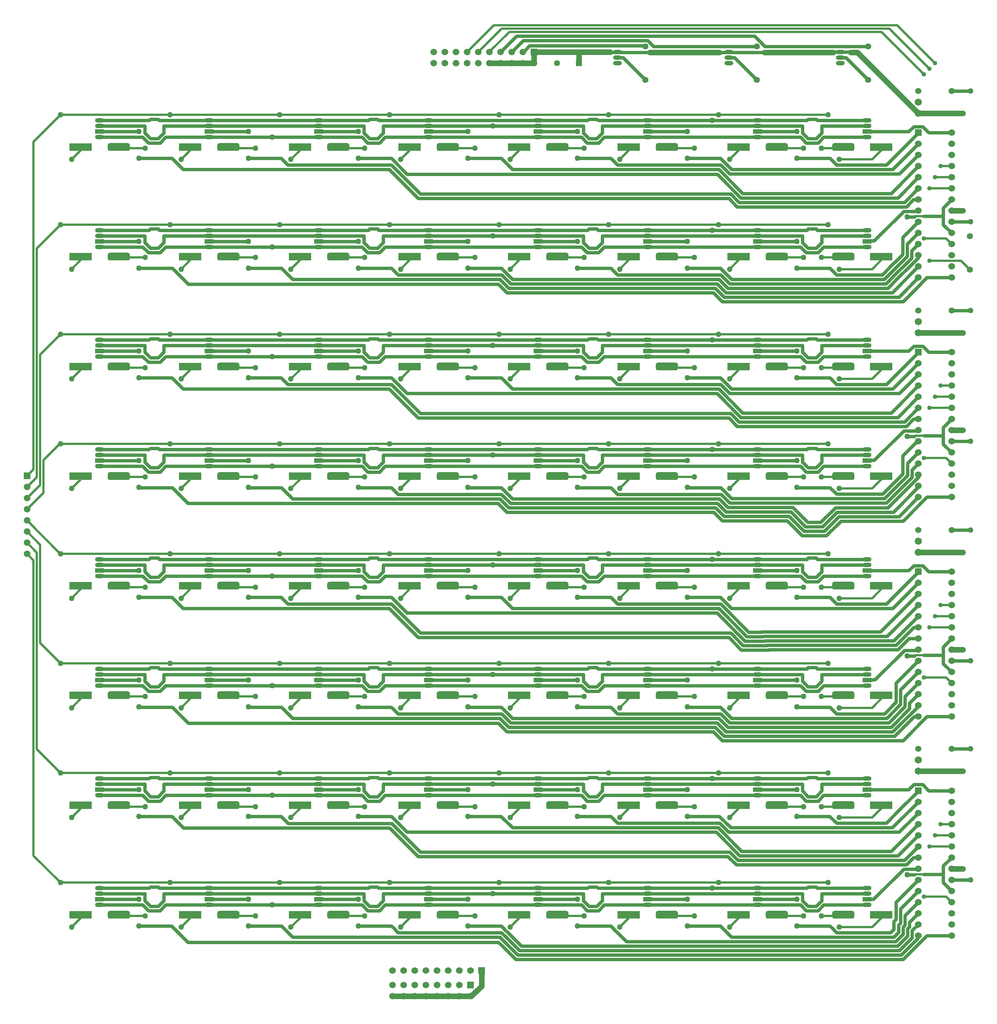
<source format=gtl>
%FSTAX23Y23*%
%MOIN*%
%SFA1B1*%

%IPPOS*%
%AMD10*
4,1,8,-0.082000,-0.035000,0.082000,-0.035000,0.100000,-0.017000,0.100000,0.017000,0.082000,0.035000,-0.082000,0.035000,-0.100000,0.017000,-0.100000,-0.017000,-0.082000,-0.035000,0.0*
1,1,0.036000,-0.082000,-0.017000*
1,1,0.036000,0.082000,-0.017000*
1,1,0.036000,0.082000,0.017000*
1,1,0.036000,-0.082000,0.017000*
%
G04~CAMADD=10~8~0.0~0.0~2000.0~700.0~180.0~0.0~15~0.0~0.0~0.0~0.0~0~0.0~0.0~0.0~0.0~0~0.0~0.0~0.0~180.0~2000.0~700.0*
%ADD10D10*%
%ADD11R,0.200000X0.070000*%
%ADD12C,0.030000*%
%ADD13C,0.050000*%
%ADD14C,0.020000*%
%ADD15C,0.059000*%
%ADD16R,0.059000X0.059000*%
%ADD17C,0.053000*%
%ADD18R,0.053000X0.053000*%
%ADD19C,0.050000*%
%ADD20O,0.080000X0.040000*%
%ADD21R,0.080000X0.040000*%
%ADD22C,0.055000*%
%ADD23O,0.079000X0.039000*%
%ADD24O,0.079000X0.039000*%
%ADD25C,0.060000*%
%ADD26R,0.060000X0.060000*%
%ADD27R,0.059000X0.059000*%
%ADD28R,0.060000X0.060000*%
%ADD29C,0.065000*%
%ADD30C,0.040000*%
%LNchronomepcbv2_2-1*%
%LPD*%
G54D10*
X09476Y03561D03*
Y10451D03*
X0888D03*
X07895D03*
X06911D03*
X05927D03*
X04943D03*
X03958D03*
X02974D03*
X09476Y09467D03*
X0888D03*
X07895D03*
X06911D03*
X05927D03*
X04943D03*
X03958D03*
X02974D03*
X09476Y08482D03*
X0888D03*
X07895D03*
X06911D03*
X05927D03*
X04943D03*
X03958D03*
X02974D03*
X09476Y07498D03*
X0888D03*
X07895D03*
X06911D03*
X05927D03*
X04943D03*
X03958D03*
X02974D03*
X09476Y06514D03*
X0888D03*
X07895D03*
X06911D03*
X05927D03*
X04943D03*
X03958D03*
X02974D03*
X09476Y0553D03*
X0888D03*
X07895D03*
X06911D03*
X05927D03*
X04943D03*
X03958D03*
X02974D03*
X09476Y04545D03*
X0888D03*
X07895D03*
X06911D03*
X05927D03*
X04943D03*
X03958D03*
X02974D03*
X0888Y03561D03*
X07895D03*
X06911D03*
X05927D03*
X04943D03*
X03958D03*
X02974D03*
G54D11*
X09819Y03561D03*
Y10451D03*
X08537D03*
X07552D03*
X06568D03*
X05584D03*
X046D03*
X03615D03*
X02631D03*
X09819Y09467D03*
X08537D03*
X07552D03*
X06568D03*
X05584D03*
X046D03*
X03615D03*
X02631D03*
X09819Y08482D03*
X08537D03*
X07552D03*
X06568D03*
X05584D03*
X046D03*
X03615D03*
X02631D03*
X09819Y07498D03*
X08537D03*
X07552D03*
X06568D03*
X05584D03*
X046D03*
X03615D03*
X02631D03*
X09819Y06514D03*
X08537D03*
X07552D03*
X06568D03*
X05584D03*
X046D03*
X03615D03*
X02631D03*
X09819Y0553D03*
X08537D03*
X07552D03*
X06568D03*
X05584D03*
X046D03*
X03615D03*
X02631D03*
X09819Y04545D03*
X08537D03*
X07552D03*
X06568D03*
X05584D03*
X046D03*
X03615D03*
X02631D03*
X08537Y03561D03*
X07552D03*
X06568D03*
X05584D03*
X046D03*
X03615D03*
X02631D03*
G54D12*
X09387Y11305D02*
X0954D01*
X09545Y113*
X095Y11255D02*
X097Y11055D01*
X0945Y11255D02*
X095D01*
X08363Y11302D02*
X08772D01*
X07388D02*
X07722D01*
X07385Y11305D02*
X07388Y11302D01*
X06695Y11305D02*
X067D01*
X05175Y03689D02*
Y0375D01*
Y03689D02*
X05225Y03639D01*
X05307Y038D02*
X05753D01*
X05296Y03811D02*
X05307Y038D01*
X05225Y03811D02*
X05296D01*
X05214Y038D02*
X05225Y03811D01*
X04769Y038D02*
X05214D01*
X05157Y0365D02*
X05208Y03599D01*
X04769Y0365D02*
X05157D01*
X10055Y03437D02*
X1007Y03452D01*
X10015Y03453D02*
X1003Y03468D01*
X09975Y0347D02*
X0999Y03485D01*
Y03615*
X1003Y03468D02*
Y03555D01*
X1007Y03452D02*
Y03495D01*
X1015Y03575*
X1003Y03555D02*
X1015Y03675D01*
X0999Y03615D02*
X1015Y03775D01*
X0995Y03675D02*
X1015Y03875D01*
X0995Y03522D02*
Y03675D01*
X0993Y03502D02*
X0995Y03522D01*
X0993Y0343D02*
Y03502D01*
X099Y034D02*
X0993Y0343D01*
X09975Y03405D02*
Y0347D01*
X10015Y03388D02*
Y03453D01*
X10055Y03372D02*
Y03437D01*
X10095Y0342D02*
X1015Y03475D01*
X10095Y03355D02*
Y0342D01*
X0993Y0336D02*
X09975Y03405D01*
X08475Y0336D02*
X0993D01*
X09947Y0332D02*
X10015Y03388D01*
X07531Y0332D02*
X09947D01*
X09963Y0328D02*
X10055Y03372D01*
X06587Y0328D02*
X09963D01*
X0998Y0324D02*
X10095Y03355D01*
X0657Y0324D02*
X0998D01*
X10149Y03353D02*
Y03356D01*
X09996Y032D02*
X10149Y03353D01*
X06554Y032D02*
X09996D01*
X06537Y0316D02*
X10013D01*
X09419Y034D02*
X099D01*
X0939Y03429D02*
X09419Y034D01*
X0939Y03429D02*
Y0343D01*
X09359Y03461D02*
X0939Y0343D01*
X0906Y03461D02*
X09359D01*
X0969Y037D02*
X09749D01*
X10021Y03971*
X10013Y0316D02*
X10228Y03375D01*
X10149Y03356D02*
X1015Y03357D01*
Y03375*
X1003Y0552D02*
X1015Y0564D01*
X1003Y0543D02*
Y0552D01*
X0999Y0558D02*
X1015Y0574D01*
X0999Y0545D02*
Y0558D01*
X09906Y05246D02*
X1007Y0541D01*
X09886Y05286D02*
X1003Y0543D01*
X09866Y05326D02*
X0999Y0545D01*
X1007Y0541D02*
Y0546D01*
X1015Y0554*
X0995Y0564D02*
X1015Y0584D01*
X0995Y0547D02*
Y0564D01*
X09846Y05366D02*
X0995Y0547D01*
X09419Y05366D02*
X09846D01*
X0906Y05426D02*
X09359D01*
X08475Y05326D02*
X09866D01*
X08458Y05286D02*
X09886D01*
X09922Y05206D02*
X1015Y05433D01*
X10113Y0534D02*
X1015D01*
X09939Y05166D02*
X10113Y0534D01*
X08442Y05246D02*
X09906D01*
X08425Y05206D02*
X09922D01*
X1015Y05433D02*
Y0544D01*
X08409Y05166D02*
X09939D01*
X09418Y07337D02*
X0983D01*
X08475Y07297D02*
X09846D01*
X08458Y07257D02*
X09863D01*
X09406Y07216D02*
X09878D01*
X09863Y07257D02*
X10095Y07489D01*
X10055Y07506D02*
Y07615D01*
X09846Y07297D02*
X10055Y07506D01*
X1001Y07517D02*
Y0768D01*
X0983Y07337D02*
X1001Y07517D01*
X09422Y07176D02*
X09926D01*
X09976Y07136D02*
X1015Y0731D01*
X09439Y07136D02*
X09976D01*
X09926Y07176D02*
X1015Y074D01*
X09878Y09186D02*
X09979Y09287D01*
X10064Y09371*
Y09372*
X1015Y09458*
Y0948*
X10024Y09388D02*
D01*
X09962Y09327D02*
X10024Y09388D01*
X09962Y09327D02*
D01*
X09984Y09405D02*
D01*
X09946Y09367D02*
X09984Y09405D01*
X09946Y09367D02*
D01*
X09944Y09421D02*
D01*
X09929Y09407D02*
X09944Y09421D01*
X09929Y09407D02*
D01*
X08442Y09186D02*
X09878D01*
X10024Y09388D02*
X1009Y09454D01*
X09861Y09226D02*
X09962Y09327D01*
X08458Y09226D02*
X09861D01*
X1005Y09471D02*
Y0958D01*
X09984Y09405D02*
X1005Y09471D01*
X09845Y09266D02*
X09946Y09367D01*
X08475Y09266D02*
X09845D01*
X1001Y09487D02*
Y0964D01*
X09944Y09421D02*
X1001Y09487D01*
X09828Y09306D02*
X09929Y09407D01*
X09419Y09306D02*
X09828D01*
X1009Y09454D02*
Y0952D01*
X09916Y09146D02*
X1014Y0937D01*
X08425Y09146D02*
X09916D01*
X1014Y0937D02*
X1016D01*
X09976Y09106D02*
X1015Y0928D01*
X08409Y09106D02*
X09976D01*
X1015Y074D02*
Y0741D01*
X1014Y0781D02*
X1015D01*
X1001Y0768D02*
X1014Y0781D01*
X09878Y07216D02*
X10155Y07493D01*
X10095Y07489D02*
Y07555D01*
X10155Y07493D02*
Y07495D01*
X10013Y07096D02*
X10228Y0731D01*
X09456Y07096D02*
X10013D01*
X10055Y07615D02*
X1015Y0771D01*
X10095Y07555D02*
X1015Y0761D01*
X1009Y0952D02*
X1015Y0958D01*
X1005D02*
X1015Y0968D01*
X1001Y0964D02*
X1015Y0978D01*
X10015Y09066D02*
X10175Y09226D01*
X08312Y09146D02*
X08392Y09066D01*
X08375Y09366D02*
X08475Y09266D01*
X08378Y09306D02*
X08458Y09226D01*
X08362Y09266D02*
X08442Y09186D01*
X08345Y09226D02*
X08425Y09146D01*
X08329Y09186D02*
X08409Y09106D01*
X08392Y09066D02*
X10015D01*
X09359Y09366D02*
X09419Y09306D01*
X10175Y09227D02*
X10228Y0928D01*
X10175Y09226D02*
Y09227D01*
X08313Y07176D02*
X08392Y07097D01*
X0833Y07216D02*
X08409Y07137D01*
X0838Y07336D02*
X08458Y07257D01*
X08376Y07396D02*
X08475Y07297D01*
X08363Y07296D02*
X08442Y07217D01*
X09023*
X08347Y07256D02*
X08425Y07177D01*
X09006*
X08409Y07137D02*
X0899D01*
X08392Y07097D02*
X08973D01*
X09106Y06964*
X0899Y07137D02*
X09123Y07004D01*
X09006Y07177D02*
X09139Y07044D01*
X09023Y07217D02*
X09156Y07084D01*
X06473Y07216D02*
X0833D01*
X0649Y07256D02*
X08347D01*
X06506Y07296D02*
X08363D01*
X07451Y07336D02*
X0838D01*
X08076Y07396D02*
X08376D01*
X06457Y07176D02*
X08313D01*
X09156Y07084D02*
X09274D01*
X09139Y07044D02*
X09291D01*
X09123Y07004D02*
X09307D01*
X09106Y06964D02*
X09324D01*
X09274Y07084D02*
X09406Y07216D01*
X09291Y07044D02*
X09422Y07176D01*
X09307Y07004D02*
X09439Y07136D01*
X09324Y06964D02*
X09456Y07096D01*
X09359Y07396D02*
X09418Y07337D01*
X0906Y07396D02*
X09359D01*
X03595Y03315D02*
X06382D01*
X03449Y03461D02*
X03595Y03315D01*
X08374Y03461D02*
X08475Y0336D01*
X07451Y034D02*
X07531Y0332D01*
X06467Y034D02*
X06587Y0328D01*
X0645Y0336D02*
X0657Y0324D01*
X06434Y0332D02*
X06554Y032D01*
X06417Y0328D02*
X06537Y0316D01*
X08076Y03461D02*
X08374D01*
X07451Y034D02*
D01*
X07421Y03429D02*
X07451Y034D01*
X07421Y03429D02*
Y0343D01*
X0739Y03461D02*
X07421Y0343D01*
X05541Y03361D02*
X06393D01*
X0554Y0336D02*
X05541Y03361D01*
X05465Y0336D02*
X0554D01*
X05465Y03361D02*
Y0336D01*
X04534Y03361D02*
X05465D01*
X05524Y03401D02*
X06409D01*
X05523Y034D02*
X05524Y03401D01*
X05482Y034D02*
X05523D01*
X05453Y03429D02*
X05482Y034D01*
X05453Y03429D02*
Y0343D01*
X05422Y03461D02*
X05453Y0343D01*
X06417Y0328D02*
D01*
X06382Y03315D02*
X06417Y0328D01*
X06433Y0332D02*
X06434D01*
X06393Y03361D02*
X06433Y0332D01*
X0645Y0336D02*
D01*
X06409Y03401D02*
X0645Y0336D01*
X06466Y034D02*
X06467D01*
X06437Y03429D02*
X06466Y034D01*
X06437Y03429D02*
Y0343D01*
X06406Y03461D02*
X06437Y0343D01*
X04434Y03461D02*
X04534Y03361D01*
X09416Y04384D02*
X09863D01*
X09355Y04445D02*
X09416Y04384D01*
X0906Y04445D02*
X09355D01*
X09979Y04304D02*
X1015Y04475D01*
X08369Y04384D02*
X08449Y04304D01*
X09919Y04344D02*
X1015Y04575D01*
X08365Y04445D02*
X08466Y04344D01*
X09863Y04384D02*
X09989Y0451D01*
X08466Y04344D02*
X09919D01*
X08449Y04304D02*
X09979D01*
X09989Y04511D02*
X1015Y04672D01*
X09989Y0451D02*
Y04511D01*
X09283Y04011D02*
X09604D01*
X09283D02*
D01*
X09112D02*
X09283D01*
X09112D02*
D01*
X08791D02*
X09112D01*
X09267Y04051D02*
X09621D01*
X09266D02*
X09267D01*
X09129D02*
X09266D01*
X09128D02*
X09129D01*
X08775D02*
X09128D01*
X0925Y04091D02*
X09637D01*
X0925D02*
D01*
X09145D02*
X0925D01*
X09145D02*
D01*
X08758D02*
X09145D01*
X09234Y04131D02*
X09654D01*
X09233D02*
X09234D01*
X09162D02*
X09233D01*
X09162D02*
D01*
X08742D02*
X09162D01*
X08791Y04011D02*
D01*
X0862D02*
X08791D01*
X0862D02*
D01*
X08524D02*
X0862D01*
X08774Y04051D02*
X08775D01*
X08637D02*
X08774D01*
X08636D02*
X08637D01*
X08758Y04091D02*
D01*
X08653D02*
X08758D01*
X08653D02*
D01*
X08549D02*
X08653D01*
X08741Y04131D02*
X08742D01*
X0867D02*
X08741D01*
X08669D02*
X0867D01*
X08565D02*
X08669D01*
X09775Y04011D02*
X10043D01*
X09775D02*
D01*
X09604D02*
X09775D01*
X09604D02*
D01*
X09759Y04051D02*
X10026D01*
X09759D02*
D01*
X09621D02*
X09759D01*
X09621D02*
D01*
X09742Y04091D02*
X09966D01*
X09742D02*
D01*
X09638D02*
X09742D01*
X09637D02*
X09638D01*
X09726Y04131D02*
X09906D01*
X09725D02*
X09726D01*
X09654D02*
X09725D01*
X09654D02*
D01*
X08516Y04011D02*
X08524D01*
X08442Y04085D02*
X08516Y04011D01*
X0566Y04085D02*
X08442D01*
X08532Y04051D02*
X08636D01*
X08459Y04125D02*
X08532Y04051D01*
X0568Y04125D02*
X08459D01*
X08353Y04344D02*
X08565Y04131D01*
X08337Y04304D02*
X08549Y04091D01*
X06506Y04344D02*
X08353D01*
X05561Y04304D02*
X08337D01*
X07451Y04384D02*
X08369D01*
X08076Y04445D02*
X08365D01*
X06405D02*
X06506Y04344D01*
X07421Y04414D02*
X07451Y04384D01*
X07421Y04414D02*
D01*
X0739Y04445D02*
X07421Y04414D01*
X06107Y04445D02*
X06405D01*
X05405Y0434D02*
X0566Y04085D01*
X03555Y0434D02*
X05405D01*
X0345Y04445D02*
X03555Y0434D01*
X04495Y0438D02*
X05425D01*
X0443Y04445D02*
X04495Y0438D01*
X05425D02*
X0568Y04125D01*
X0981Y061D02*
X1015Y0644D01*
X09654Y061D02*
X0981D01*
X07091Y07396D02*
X0739D01*
X0845Y0605D02*
X08561Y05939D01*
X08468Y0609D02*
X08579Y05979D01*
X08343Y06272D02*
X08595Y06019D01*
X0836Y06312D02*
X08612Y06059D01*
X08376Y06352D02*
X08629Y06099D01*
X08741*
X08612Y06059D02*
X08758D01*
X08595Y06019D02*
X08774D01*
X08579Y05979D02*
X08791D01*
X08561Y05939D02*
X08807D01*
X08808Y0594D02*
X09587D01*
X08807Y05939D02*
X08808Y0594D01*
X08791Y0598D02*
X09604D01*
X08791Y05979D02*
Y0598D01*
X08775Y0602D02*
X09621D01*
X08774Y06019D02*
X08775Y0602D01*
X08758Y0606D02*
X09637D01*
X08758Y06059D02*
Y0606D01*
X08742Y061D02*
X09654D01*
X08741Y06099D02*
X08742Y061D01*
X09587Y0594D02*
X09588D01*
X09604Y0598D02*
D01*
X09621Y0602D02*
D01*
X09637Y0606D02*
X09638D01*
X09654Y061D02*
D01*
X08475Y0631D02*
X0992D01*
X09419Y0635D02*
X09863D01*
X0992Y0631D02*
X1015Y0654D01*
X08375Y0641D02*
X08475Y0631D01*
X09863Y0635D02*
X1015Y06637D01*
X09359Y0641D02*
X09419Y0635D01*
X0906Y0641D02*
X09359D01*
X07686Y06272D02*
X08343D01*
X07669Y06312D02*
X0836D01*
X07652Y06352D02*
X08376D01*
X0579Y0627D02*
X067D01*
X05788Y06272D02*
X0579Y0627D01*
X05717Y06272D02*
X05788D01*
X05715Y0627D02*
X05717Y06272D01*
X0556Y0627D02*
X05715D01*
X07651Y0635D02*
X07652Y06352D01*
X0745Y0635D02*
X07651D01*
X07667Y0631D02*
X07669Y06312D01*
X06791Y0631D02*
X07667D01*
X07684Y0627D02*
X07686Y06272D01*
X06774Y0627D02*
X07684D01*
X06789Y06312D02*
X06791Y0631D01*
X06685Y06312D02*
X06789D01*
X06683Y0631D02*
X06685Y06312D01*
X06506Y0631D02*
X06683D01*
X06773Y06272D02*
X06774Y0627D01*
X06701Y06272D02*
X06773D01*
X067Y0627D02*
X06701Y06272D01*
X0739Y0641D02*
X0745Y0635D01*
X06406Y0641D02*
X06506Y0631D01*
X0542Y0641D02*
X0556Y0627D01*
X07091Y0641D02*
X0739D01*
X05422Y07396D02*
X05482Y07336D01*
X04434Y07396D02*
X04534Y07296D01*
X03484Y07365D02*
X03593Y07256D01*
X06409Y07336D02*
X0649Y07256D01*
X06393Y07296D02*
X06473Y07216D01*
X06376Y07256D02*
X06457Y07176D01*
X03593Y07256D02*
X06376D01*
X04534Y07296D02*
X06393D01*
X05482Y07336D02*
X06409D01*
X08345Y0824D02*
X08558Y08026D01*
X08378Y0832D02*
X08458Y0824D01*
X08361Y0828D02*
X08575Y08066D01*
X07686Y0824D02*
X08345D01*
X07669Y0828D02*
X08361D01*
X07652Y0832D02*
X08378D01*
X05789Y0824D02*
X06701D01*
X05788D02*
X05789D01*
X05717D02*
X05788D01*
X05717D02*
D01*
X0556D02*
X05717D01*
X07652Y0832D02*
D01*
X0745D02*
X07652D01*
X07669Y0828D02*
D01*
X06789D02*
X07669D01*
X07685Y0824D02*
X07686D01*
X06773D02*
X07685D01*
X06789Y0828D02*
D01*
X06685D02*
X06789D01*
X06685D02*
D01*
X06506D02*
X06685D01*
X06773Y0824D02*
D01*
X06701D02*
X06773D01*
X06701D02*
D01*
X0739Y0838D02*
X0745Y0832D01*
X06406Y0838D02*
X06506Y0828D01*
X0542Y0838D02*
X0556Y0824D01*
X07091Y0838D02*
X0739D01*
X08375D02*
X08475Y0828D01*
X08758D02*
X09637D01*
X08758D02*
D01*
X08653D02*
X08758D01*
X08653D02*
D01*
X08475D02*
X08653D01*
X08741Y0824D02*
X09654D01*
X08741D02*
D01*
X0867D02*
X08741D01*
X0867D02*
D01*
X08458D02*
X0867D01*
X09759Y0832D02*
X09863D01*
X09759D02*
D01*
X09621D02*
X09759D01*
X09621D02*
D01*
X09419D02*
X09621D01*
X09742Y0828D02*
X0992D01*
X09742D02*
D01*
X09638D02*
X09742D01*
X09637D02*
X09638D01*
X09726Y0824D02*
X0998D01*
X09725D02*
X09726D01*
X09654D02*
X09725D01*
X09654D02*
D01*
X09863Y0832D02*
X1015Y08607D01*
X09359Y0838D02*
X09419Y0832D01*
X0992Y0828D02*
X1015Y0851D01*
X0998Y0824D02*
X1015Y0841D01*
X0906Y0838D02*
X09359D01*
X10245Y04675D02*
X1045D01*
X1019Y0473D02*
X10245Y04675D01*
X1011Y0473D02*
X1019D01*
X10064Y04685D02*
X1011Y0473D01*
X0969Y04685D02*
X10064D01*
X07091Y04445D02*
X0739D01*
X10107Y04075D02*
X1015D01*
X05123Y04445D02*
X0542D01*
X05561Y04304*
X04139Y04445D02*
X0443D01*
X03154D02*
X0345D01*
X09906Y04131D02*
X1015Y04375D01*
X09966Y04091D02*
X1015Y04275D01*
X10026Y04051D02*
X1015Y04175D01*
X10043Y04011D02*
X10107Y04075D01*
X10021Y03971D02*
X10146D01*
X06107Y03461D02*
X06406D01*
X05123D02*
X05422D01*
X10228Y03375D02*
X1045D01*
X04139Y03461D02*
X04434D01*
X10245Y0664D02*
X1045D01*
X1019Y06695D02*
X10245Y0664D01*
X1011Y06695D02*
X1019D01*
X10064Y0665D02*
X1011Y06695D01*
X0969Y0665D02*
X10064D01*
X08076Y0641D02*
X08375D01*
X06107D02*
X06406D01*
X05123D02*
X0542D01*
X04139D02*
X0443D01*
X04539Y0635D02*
X0542D01*
X04556Y0631D02*
D01*
X0443Y0641D02*
X0449Y0635D01*
X04539*
X03154Y0641D02*
X0345D01*
X0355Y0631*
X04556*
X054D01*
X0566Y0605*
X0845*
X0542Y0635D02*
X0568Y0609D01*
X08468*
X09359Y05426D02*
X09419Y05366D01*
X08375Y05426D02*
X08475Y05326D01*
X08076Y05426D02*
X08375D01*
X08378Y05366D02*
X08458Y05286D01*
X07451Y05366D02*
X08378D01*
X0739Y05426D02*
X07451Y05366D01*
X07091Y05426D02*
X0739D01*
X08362Y05326D02*
X08442Y05246D01*
X06506Y05326D02*
X08362D01*
X06406Y05426D02*
X06506Y05326D01*
X06107Y05426D02*
X06406D01*
X08345Y05286D02*
X08425Y05206D01*
X0649Y05286D02*
X08345D01*
X05123Y05426D02*
X05422D01*
X08329Y05246D02*
X08409Y05166D01*
X06473Y05246D02*
X08329D01*
X10228Y0534D02*
X1045D01*
X10013Y05126D02*
X10228Y0534D01*
X08392Y05126D02*
X10013D01*
X08312Y05206D02*
X08392Y05126D01*
X06457Y05206D02*
X08312D01*
X03154Y05426D02*
X03454D01*
X03484Y05396*
X04139Y05426D02*
X04434D01*
X06393Y05326D02*
X06473Y05246D01*
X0641Y05366D02*
X0649Y05286D01*
X05422Y05426D02*
X05482Y05366D01*
X0641*
X04534Y05326D02*
X06393D01*
X03484Y05395D02*
X03599Y0528D01*
X06382*
X06457Y05206*
X04434Y05426D02*
X04534Y05326D01*
X10245Y0861D02*
X1045D01*
X1019Y08665D02*
X10245Y0861D01*
X1011Y08665D02*
X1019D01*
X10064Y0862D02*
X1011Y08665D01*
X0969Y0862D02*
X10064D01*
X08076Y0838D02*
X08375D01*
X06107D02*
X06406D01*
X10107Y0801D02*
X1015D01*
X05123Y0838D02*
X0542D01*
X04139D02*
X0443D01*
X04539Y0832D02*
X0542D01*
X04556Y0828D02*
D01*
X0443Y0838D02*
X0449Y0832D01*
X04539*
X03154Y0838D02*
X0345D01*
X0355Y0828*
X04556*
X09906Y08066D02*
X1015Y0831D01*
X09966Y08026D02*
X1015Y0821D01*
X10026Y07986D02*
X1015Y0811D01*
X10043Y07946D02*
X10107Y0801D01*
X08575Y08066D02*
X09906D01*
X08558Y08026D02*
X09966D01*
X08542Y07986D02*
X10026D01*
X08524Y07946D02*
X10043D01*
X04556Y0828D02*
X054D01*
X0566Y0802*
X0845*
X08524Y07946*
X0542Y0832D02*
X0568Y0806D01*
X08468*
X08542Y07986*
X10021Y07906D02*
X10146D01*
X09755Y07641D02*
X10021Y07906D01*
X09695Y07641D02*
X09755D01*
X0739Y07396D02*
X07451Y07336D01*
X06406Y07396D02*
X06506Y07296D01*
X06107Y07396D02*
X06406D01*
X05123D02*
X05422D01*
X10228Y0731D02*
X1045D01*
X03154Y07396D02*
X03454D01*
X03484Y07366*
X04139Y07396D02*
X04434D01*
Y09366D02*
X04534Y09266D01*
X06382Y0922D02*
X06457Y09146D01*
X03599Y0922D02*
X06382D01*
X03484Y09335D02*
X03599Y0922D01*
X04534Y09266D02*
X06393D01*
X05482Y09306D02*
X0641D01*
X05422Y09366D02*
X05482Y09306D01*
X0641D02*
X0649Y09226D01*
X06393Y09266D02*
X06473Y09186D01*
X04139Y09366D02*
X04434D01*
X1015Y08608D02*
Y0861D01*
X03484Y09335D02*
Y09336D01*
X03454Y09366D02*
X03484Y09336D01*
X03154Y09366D02*
X03454D01*
X06457Y09146D02*
X08312D01*
X10228Y0928D02*
X1045D01*
X06473Y09186D02*
X08329D01*
X05123Y09366D02*
X05422D01*
X0649Y09226D02*
X08345D01*
X06107Y09366D02*
X06406D01*
X06506Y09266*
X08362*
X07091Y09366D02*
X0739D01*
X07451Y09306*
X08378*
X08076Y09366D02*
X08375D01*
X0906D02*
X09359D01*
X0969Y09606D02*
X09695Y09611D01*
X09755*
X10021Y09876*
X10146*
X1015Y0988*
X08468Y1003D02*
X08542Y09956D01*
X0568Y1003D02*
X08468D01*
X0542Y1029D02*
X0568Y1003D01*
X0845Y0999D02*
X08524Y09916D01*
X0566Y0999D02*
X0845D01*
X054Y1025D02*
X0566Y0999D01*
X04556Y1025D02*
X054D01*
X08524Y09916D02*
X10043D01*
X08542Y09956D02*
X10026D01*
X08558Y09996D02*
X09966D01*
X08346Y10209D02*
X08558Y09996D01*
X08575Y10036D02*
X09906D01*
X08362Y1025D02*
X08575Y10036D01*
X10043Y09916D02*
X10107Y0998D01*
X10026Y09956D02*
X1015Y1008D01*
X09966Y09996D02*
X1015Y1018D01*
X09906Y10036D02*
X1015Y1028D01*
X0355Y1025D02*
X04556D01*
X0345Y1035D02*
X0355Y1025D01*
X03154Y1035D02*
X0345D01*
X0449Y1029D02*
X04539D01*
X0443Y1035D02*
X0449Y1029D01*
X04556Y1025D02*
D01*
X04539Y1029D02*
D01*
X0542*
X04139Y1035D02*
X0443D01*
X05561Y10209D02*
X08346D01*
X0542Y1035D02*
X05561Y10209D01*
X05123Y1035D02*
X0542D01*
X10107Y0998D02*
X1015D01*
X06406Y1035D02*
X06506Y1025D01*
X06107Y1035D02*
X06406D01*
X06506Y1025D02*
X08362D01*
X07091Y1035D02*
X0739D01*
X08458Y1021D02*
X0998D01*
X1015Y1038*
X0739Y1035D02*
X07451Y1029D01*
X08378*
X08458Y1021*
X0906Y1035D02*
X09359D01*
X09419Y1029D02*
X09863D01*
X1015Y10577*
X09359Y1035D02*
X09419Y1029D01*
X1015Y10577D02*
Y1058D01*
X08076Y1035D02*
X08375D01*
X08475Y1025*
X0992*
X1015Y1048*
X08706Y037D02*
X0906D01*
X07721D02*
X08076D01*
X06737D02*
X07091D01*
X05753D02*
X06107D01*
X04769D02*
X05123D01*
X03784D02*
X04139D01*
X028D02*
X03154D01*
X028Y04684D02*
X03154D01*
X03784D02*
X04139D01*
X04769D02*
X05123D01*
X05753D02*
X06107D01*
X06737D02*
X07091D01*
X07721D02*
X08076D01*
X08706D02*
X0906D01*
X08706Y05669D02*
X0906D01*
X07721D02*
X08076D01*
X06737D02*
X07091D01*
X05753D02*
X06107D01*
X04769D02*
X05123D01*
X03784D02*
X04139D01*
X028D02*
X03154D01*
X028Y06653D02*
X03154D01*
X03784D02*
X04139D01*
X04769D02*
X05123D01*
X05753D02*
X06107D01*
X06737D02*
X07091D01*
X07721D02*
X08076D01*
X08706D02*
X0906D01*
X08706Y07637D02*
X0906D01*
X07721D02*
X08076D01*
X06737D02*
X07091D01*
X05753D02*
X06107D01*
X04769D02*
X05123D01*
X03784D02*
X04139D01*
X028D02*
X03154D01*
X028Y08621D02*
X03154D01*
X03784D02*
X04139D01*
X04769D02*
X05123D01*
X05753D02*
X06107D01*
X06737D02*
X07091D01*
X07721D02*
X08076D01*
X08706D02*
X0906D01*
X08706Y09606D02*
X0906D01*
X07721D02*
X08076D01*
X06737D02*
X07091D01*
X05753D02*
X06107D01*
X04769D02*
X05123D01*
X03784D02*
X04139D01*
X028D02*
X03154D01*
X028Y1059D02*
X03154D01*
X03784D02*
X04139D01*
X04769D02*
X05123D01*
X05753D02*
X06107D01*
X06737D02*
X07091D01*
X07721D02*
X08076D01*
X08706Y1064D02*
X09112D01*
Y10579D02*
Y1064D01*
Y10579D02*
X09162Y10529D01*
X08706Y1069D02*
X09151D01*
X08706Y1054D02*
X09094D01*
X08706Y1059D02*
X0906D01*
X0969D02*
X10064D01*
X1011Y10635*
X1019*
X10245Y1058*
X1045*
X08706Y0365D02*
X09094D01*
X07721D02*
X08706D01*
X07332D02*
X07721D01*
X06737D02*
X07126D01*
X05364D02*
X05753D01*
X03784D02*
X04769D01*
X03395D02*
X03784D01*
X09301D02*
X0969D01*
X0925Y03599D02*
X09301Y0365D01*
X09145Y03599D02*
X0925D01*
X09094Y0365D02*
X09145Y03599D01*
X07281D02*
X07332Y0365D01*
X07177Y03599D02*
X07281D01*
X07126Y0365D02*
X07177Y03599D01*
X05313D02*
X05364Y0365D01*
X05208Y03599D02*
X05313D01*
X03344D02*
X03395Y0365D01*
X0324Y03599D02*
X03344D01*
X03189Y0365D02*
X0324Y03599D01*
X028Y0365D02*
X03189D01*
X06737Y04634D02*
X07126D01*
X05753D02*
X06737D01*
X05364D02*
X05753D01*
X04769D02*
X05157D01*
X03784D02*
X04769D01*
X03395D02*
X03784D01*
X028D02*
X03189D01*
X0324Y04583*
X03344*
X03395Y04634*
X05157D02*
X05208Y04583D01*
X05313*
X05364Y04634*
X07126D02*
X07177Y04583D01*
X07281*
X07332Y04634*
X07721*
X08706D02*
X09094D01*
X07721D02*
X08706D01*
X09094D02*
X09145Y04583D01*
X0925*
X09301Y04634*
X0969*
X08706Y05619D02*
X09094D01*
X07721D02*
X08706D01*
X07332D02*
X07721D01*
X06737D02*
X07126D01*
X05753D02*
X06737D01*
X05364D02*
X05753D01*
X04769D02*
X05157D01*
X03784D02*
X04769D01*
X03395D02*
X03784D01*
X09301D02*
X0969D01*
X0925Y05567D02*
X09301Y05619D01*
X09145Y05567D02*
X0925D01*
X09094Y05619D02*
X09145Y05567D01*
X07281D02*
X07332Y05619D01*
X05313Y05567D02*
X05364Y05619D01*
X05208Y05567D02*
X05313D01*
X05157Y05619D02*
X05208Y05567D01*
X03344D02*
X03395Y05619D01*
X0324Y05567D02*
X03344D01*
X03189Y05619D02*
X0324Y05567D01*
X028Y05619D02*
X03189D01*
X08706Y06603D02*
X09094D01*
X07721D02*
X08706D01*
X07332D02*
X07721D01*
X06737D02*
X07126D01*
X05753D02*
X06737D01*
X05364D02*
X05753D01*
X04769D02*
X05157D01*
X03784D02*
X04769D01*
X03395D02*
X03784D01*
X028D02*
X03189D01*
X0324Y06552*
X03344*
X03395Y06603*
X05157D02*
X05208Y06552D01*
X05313*
X05364Y06603*
X07126D02*
X07177Y06552D01*
X07281*
X07332Y06603*
X09094D02*
X09145Y06552D01*
X0925*
X09301Y06603*
X0969*
X08706Y07587D02*
X09094D01*
X07721D02*
X08706D01*
X07332D02*
X07721D01*
X06737D02*
X07126D01*
X05753D02*
X06737D01*
X05364D02*
X05753D01*
X04769D02*
X05157D01*
X03784D02*
X04769D01*
X03395D02*
X03784D01*
X09301D02*
X0969D01*
X0925Y07536D02*
X09301Y07587D01*
X09145Y07536D02*
X0925D01*
X09094Y07587D02*
X09145Y07536D01*
X07281D02*
X07332Y07587D01*
X05313Y07536D02*
X05364Y07587D01*
X05208Y07536D02*
X05313D01*
X05157Y07587D02*
X05208Y07536D01*
X03344D02*
X03395Y07587D01*
X0324Y07536D02*
X03344D01*
X03189Y07587D02*
X0324Y07536D01*
X028Y07587D02*
X03189D01*
X08706Y08571D02*
X09094D01*
X07721D02*
X08706D01*
X07332D02*
X07721D01*
X06737D02*
X07126D01*
X05753D02*
X06737D01*
X05364D02*
X05753D01*
X04769D02*
X05157D01*
X03784D02*
X04769D01*
X03395D02*
X03784D01*
X028D02*
X03189D01*
X0324Y0852*
X03344*
X03395Y08571*
X05157D02*
X05208Y0852D01*
X05313*
X05364Y08571*
X07126D02*
X07177Y0852D01*
X07281*
X07332Y08571*
X09094D02*
X09145Y0852D01*
X0925*
X09301Y08571*
X0969*
X08706Y09556D02*
X09094D01*
X07721D02*
X08706D01*
X07332D02*
X07721D01*
X06737D02*
X07126D01*
X05753D02*
X06737D01*
X05364D02*
X05753D01*
X04769D02*
X05157D01*
X03784D02*
X04769D01*
X03395D02*
X03784D01*
X09301D02*
X0969D01*
X0925Y09504D02*
X09301Y09556D01*
X09145Y09504D02*
X0925D01*
X09094Y09556D02*
X09145Y09504D01*
X07281D02*
X07332Y09556D01*
X05313Y09504D02*
X05364Y09556D01*
X05208Y09504D02*
X05313D01*
X05157Y09556D02*
X05208Y09504D01*
X03344D02*
X03395Y09556D01*
X0324Y09504D02*
X03344D01*
X03189Y09556D02*
X0324Y09504D01*
X028Y09556D02*
X03189D01*
X07721Y1054D02*
X08706D01*
X07332D02*
X07721D01*
X06737D02*
X07126D01*
X05753D02*
X06737D01*
X05364D02*
X05753D01*
X04769D02*
X05157D01*
X03784D02*
X04769D01*
X03395D02*
X03784D01*
X028D02*
X03189D01*
X0324Y10489*
X03344*
X03395Y1054*
X05157D02*
X05208Y10489D01*
X05313*
X05364Y1054*
X07126D02*
X07177Y10489D01*
X07281D02*
X07332Y1054D01*
X09094D02*
X09145Y10489D01*
X0925*
X09301Y1054*
X0969*
X03378Y1064D02*
X03784D01*
X03378Y10579D02*
Y1064D01*
X03328Y10529D02*
X03378Y10579D01*
X03256Y10529D02*
X03328D01*
X03206Y10579D02*
X03256Y10529D01*
X03206Y10579D02*
Y1064D01*
X028D02*
X03206D01*
X05347D02*
X05753D01*
X05347Y10579D02*
Y1064D01*
X05296Y10529D02*
X05347Y10579D01*
X05225Y10529D02*
X05296D01*
X05175Y10579D02*
X05225Y10529D01*
X05175Y10579D02*
Y1064D01*
X04769D02*
X05175D01*
X07143Y10579D02*
Y1064D01*
X06737D02*
X07143D01*
X07315D02*
X07721D01*
X07315Y10579D02*
Y1064D01*
X09162Y10529D02*
X09233D01*
X09284Y1064D02*
X0969D01*
X09284Y10579D02*
Y1064D01*
X09233Y10529D02*
X09284Y10579D01*
X07721Y1064D02*
X08706D01*
X05753D02*
X06737D01*
X03784D02*
X04769D01*
X03256Y09544D02*
X03328D01*
X03206Y09595D02*
X03256Y09544D01*
X03206Y09595D02*
Y09656D01*
X028D02*
X03206D01*
X03378D02*
X03784D01*
X03378Y09595D02*
Y09656D01*
X03328Y09544D02*
X03378Y09595D01*
X05225Y09544D02*
X05296D01*
X05175Y09595D02*
X05225Y09544D01*
X05175Y09595D02*
Y09656D01*
X04769D02*
X05175D01*
X05347D02*
X05753D01*
X05347Y09595D02*
Y09656D01*
X05296Y09544D02*
X05347Y09595D01*
X07143D02*
Y09656D01*
X06737D02*
X07143D01*
X07315D02*
X07721D01*
X07315Y09595D02*
Y09656D01*
X09162Y09544D02*
X09233D01*
X09112Y09595D02*
X09162Y09544D01*
X09112Y09595D02*
Y09656D01*
X08706D02*
X09112D01*
X09284D02*
X0969D01*
X09284Y09595D02*
Y09656D01*
X09233Y09544D02*
X09284Y09595D01*
X07721Y09656D02*
X08706D01*
X05753D02*
X06737D01*
X03784D02*
X04769D01*
X03378Y08671D02*
X03784D01*
X03378Y08611D02*
Y08671D01*
X03328Y0856D02*
X03378Y08611D01*
X03256Y0856D02*
X03328D01*
X03206Y08611D02*
X03256Y0856D01*
X03206Y08611D02*
Y08671D01*
X028D02*
X03206D01*
X05225Y0856D02*
X05296D01*
X05175Y08611D02*
X05225Y0856D01*
X05175Y08611D02*
Y08671D01*
X04769D02*
X05175D01*
X05347D02*
X05753D01*
X05347Y08611D02*
Y08671D01*
X05296Y0856D02*
X05347Y08611D01*
X07194Y0856D02*
X07265D01*
X07143Y08611D02*
X07194Y0856D01*
X07143Y08611D02*
Y08671D01*
X06737D02*
X07143D01*
X07315D02*
X07721D01*
X07315Y08611D02*
Y08671D01*
X07265Y0856D02*
X07315Y08611D01*
X09162Y0856D02*
X09233D01*
X09112Y08611D02*
X09162Y0856D01*
X09112Y08611D02*
Y08671D01*
X08706D02*
X09112D01*
X09284D02*
X0969D01*
X09284Y08611D02*
Y08671D01*
X09233Y0856D02*
X09284Y08611D01*
X07721Y08671D02*
X08706D01*
X05753D02*
X06737D01*
X03784D02*
X04769D01*
X03256Y07576D02*
X03328D01*
X03206Y07626D02*
X03256Y07576D01*
X03206Y07626D02*
Y07687D01*
X028D02*
X03206D01*
X03378Y07686D02*
X03379Y07687D01*
X03378Y07626D02*
Y07686D01*
X03328Y07576D02*
X03378Y07626D01*
X03379Y07687D02*
X03784D01*
X05225Y07576D02*
X05296D01*
X05175Y07626D02*
X05225Y07576D01*
X05175Y07626D02*
Y07687D01*
X04769D02*
X05175D01*
X05347D02*
X05753D01*
X05347Y07626D02*
Y07687D01*
X05296Y07576D02*
X05347Y07626D01*
X07143D02*
Y07687D01*
X06737D02*
X07143D01*
X07315D02*
X07721D01*
X07315Y07626D02*
Y07687D01*
X09162Y07576D02*
X09233D01*
X09112Y07626D02*
X09162Y07576D01*
X09112Y07626D02*
Y07687D01*
X08706D02*
X09112D01*
X09284D02*
X0969D01*
X09284Y07626D02*
Y07687D01*
X09233Y07576D02*
X09284Y07626D01*
X07721Y07687D02*
X08706D01*
X05753D02*
X06737D01*
X03784D02*
X04769D01*
X03378Y06703D02*
X03784D01*
X03378Y06642D02*
Y06703D01*
X03328Y06592D02*
X03378Y06642D01*
X03256Y06592D02*
X03328D01*
X03206Y06642D02*
X03256Y06592D01*
X03206Y06642D02*
Y06703D01*
X028D02*
X03206D01*
X05225Y06592D02*
X05296D01*
X05175Y06642D02*
X05225Y06592D01*
X05175Y06642D02*
Y06703D01*
X04769D02*
X05175D01*
X05347D02*
X05753D01*
X05347Y06642D02*
Y06703D01*
X05296Y06592D02*
X05347Y06642D01*
X07194Y06592D02*
X07265D01*
X07143Y06642D02*
X07194Y06592D01*
X07143Y06642D02*
Y06703D01*
X06737D02*
X07143D01*
X07315D02*
X07721D01*
X07315Y06642D02*
Y06703D01*
X07265Y06592D02*
X07315Y06642D01*
X09162Y06592D02*
X09233D01*
X09112Y06642D02*
X09162Y06592D01*
X09112Y06642D02*
Y06703D01*
X08706D02*
X09112D01*
X09284D02*
X0969D01*
X09284Y06642D02*
Y06703D01*
X09233Y06592D02*
X09284Y06642D01*
X07721Y06703D02*
X08706D01*
X05753D02*
X06737D01*
X03784D02*
X04769D01*
X03256Y05607D02*
X03328D01*
X03206Y05658D02*
X03256Y05607D01*
X03206Y05658D02*
Y05719D01*
X028D02*
X03206D01*
X03378D02*
X03784D01*
X03378Y05658D02*
Y05719D01*
X03328Y05607D02*
X03378Y05658D01*
X05225Y05607D02*
X05296D01*
X05175Y05658D02*
X05225Y05607D01*
X05175Y05658D02*
Y05719D01*
X04769D02*
X05175D01*
X05347D02*
X05753D01*
X05347Y05658D02*
Y05719D01*
X05296Y05607D02*
X05347Y05658D01*
X07143D02*
Y05719D01*
X06737D02*
X07143D01*
X07315D02*
X07721D01*
X07315Y05658D02*
Y05719D01*
X09162Y05607D02*
X09233D01*
X09112Y05658D02*
X09162Y05607D01*
X09112Y05658D02*
Y05719D01*
X08706D02*
X09112D01*
X09284D02*
X0969D01*
X09284Y05658D02*
Y05719D01*
X09233Y05607D02*
X09284Y05658D01*
X07721Y05719D02*
X08706D01*
X05753D02*
X06737D01*
X03784D02*
X04769D01*
X03256Y04623D02*
X03328D01*
X03206Y04674D02*
X03256Y04623D01*
X03206Y04674D02*
Y04734D01*
X028D02*
X03206D01*
X03378D02*
X03784D01*
X03378Y04674D02*
Y04734D01*
X03328Y04623D02*
X03378Y04674D01*
X05225Y04623D02*
X05296D01*
X05175Y04674D02*
X05225Y04623D01*
X05175Y04674D02*
Y04734D01*
X04769D02*
X05175D01*
X05347D02*
X05753D01*
X05347Y04674D02*
Y04734D01*
X05296Y04623D02*
X05347Y04674D01*
X07143D02*
Y04734D01*
X06737D02*
X07143D01*
X07194Y04623D02*
X07265D01*
X07143Y04674D02*
X07194Y04623D01*
X07315Y04734D02*
X07721D01*
X07315Y04674D02*
Y04734D01*
X07265Y04623D02*
X07315Y04674D01*
X09162Y04623D02*
X09233D01*
X09112Y04674D02*
X09162Y04623D01*
X09112Y04674D02*
Y04734D01*
X08706D02*
X09112D01*
X09284D02*
X0969D01*
X09284Y04674D02*
Y04734D01*
X09233Y04623D02*
X09284Y04674D01*
X07721Y04734D02*
X08706D01*
X05753D02*
X06737D01*
X03784D02*
X04769D01*
X05347Y0375D02*
X05753D01*
X05347Y03689D02*
Y0375D01*
X05296Y03639D02*
X05347Y03689D01*
X05225Y03639D02*
X05296D01*
X04769Y0375D02*
X05175D01*
X03378D02*
X03784D01*
X03378Y03689D02*
Y0375D01*
X03328Y03639D02*
X03378Y03689D01*
X03256Y03639D02*
X03328D01*
X03206Y03689D02*
X03256Y03639D01*
X03206Y03689D02*
Y0375D01*
X028D02*
X03206D01*
X05753D02*
X06737D01*
X03784D02*
X04769D01*
X07194Y03639D02*
X07265D01*
X07143Y03689D02*
X07194Y03639D01*
X07143Y03689D02*
Y0375D01*
X06737D02*
X07143D01*
X07315D02*
X07721D01*
X07315Y03689D02*
Y0375D01*
X07265Y03639D02*
X07315Y03689D01*
X07721Y0375D02*
X08706D01*
X09162Y03639D02*
X09233D01*
X09112Y03689D02*
X09162Y03639D01*
X09112Y03689D02*
Y0375D01*
X08706D02*
X09112D01*
X09284D02*
X0969D01*
X09284Y03689D02*
Y0375D01*
X09233Y03639D02*
X09284Y03689D01*
X08706Y038D02*
X09151D01*
X07721D02*
X08706D01*
X07276D02*
X07721D01*
X06737D02*
X07182D01*
X05753D02*
X06737D01*
X03784D02*
X04769D01*
X03339D02*
X03784D01*
X09244D02*
X0969D01*
X09233Y03811D02*
X09244Y038D01*
X09162Y03811D02*
X09233D01*
X09151Y038D02*
X09162Y03811D01*
X07265D02*
X07276Y038D01*
X07194Y03811D02*
X07265D01*
X07182Y038D02*
X07194Y03811D01*
X03328D02*
X03339Y038D01*
X03256Y03811D02*
X03328D01*
X03245Y038D02*
X03256Y03811D01*
X028Y038D02*
X03245D01*
X08706Y04784D02*
X09151D01*
X07721D02*
X08706D01*
X07276D02*
X07721D01*
X06737D02*
X07182D01*
X05753D02*
X06737D01*
X05307D02*
X05753D01*
X04769D02*
X05214D01*
X03784D02*
X04769D01*
X03339D02*
X03784D01*
X028D02*
X03245D01*
X03256Y04795*
X03328*
X03339Y04784*
X05214D02*
X05225Y04795D01*
X05296*
X05307Y04784*
X07182D02*
X07194Y04795D01*
X07265*
X07276Y04784*
X09151D02*
X09162Y04795D01*
X09233*
X09244Y04784*
X0969*
X08706Y05769D02*
X09151D01*
X07721D02*
X08706D01*
X05753D02*
X06737D01*
X05307D02*
X05753D01*
X04769D02*
X05214D01*
X03784D02*
X04769D01*
X03339D02*
X03784D01*
X09244D02*
X0969D01*
X09233Y0578D02*
X09244Y05769D01*
X09162Y0578D02*
X09233D01*
X09151Y05769D02*
X09162Y0578D01*
X05296D02*
X05307Y05769D01*
X05225Y0578D02*
X05296D01*
X05214Y05769D02*
X05225Y0578D01*
X03328D02*
X03339Y05769D01*
X03256Y0578D02*
X03328D01*
X03245Y05769D02*
X03256Y0578D01*
X028Y05769D02*
X03245D01*
X08706Y06753D02*
X09151D01*
X07721D02*
X08706D01*
X07276D02*
X07721D01*
X06737D02*
X07182D01*
X05753D02*
X06737D01*
X05307D02*
X05753D01*
X04769D02*
X05214D01*
X03784D02*
X04769D01*
X03339D02*
X03784D01*
X028D02*
X03245D01*
X03256Y06764*
X03328*
X03339Y06753*
X05214D02*
X05225Y06764D01*
X05296*
X05307Y06753*
X07182D02*
X07194Y06764D01*
X07265*
X07276Y06753*
X09151D02*
X09162Y06764D01*
X09233*
X09244Y06753*
X0969*
X08706Y07737D02*
X09151D01*
X07721D02*
X08706D01*
X05753D02*
X06737D01*
X05307D02*
X05753D01*
X04769D02*
X05214D01*
X03784D02*
X04769D01*
X03339D02*
X03784D01*
X09244D02*
X0969D01*
X09233Y07748D02*
X09244Y07737D01*
X09162Y07748D02*
X09233D01*
X09151Y07737D02*
X09162Y07748D01*
X05296D02*
X05307Y07737D01*
X05225Y07748D02*
X05296D01*
X05214Y07737D02*
X05225Y07748D01*
X03328D02*
X03339Y07737D01*
X03256Y07748D02*
X03328D01*
X03245Y07737D02*
X03256Y07748D01*
X028Y07737D02*
X03245D01*
X08706Y08721D02*
X09151D01*
X07721D02*
X08706D01*
X07276D02*
X07721D01*
X06737D02*
X07182D01*
X05753D02*
X06737D01*
X05307D02*
X05753D01*
X04769D02*
X05214D01*
X03784D02*
X04769D01*
X03339D02*
X03784D01*
X028D02*
X03245D01*
X03256Y08732*
X03328*
X03339Y08721*
X05214D02*
X05225Y08732D01*
X05296*
X05307Y08721*
X07182D02*
X07194Y08732D01*
X07265*
X07276Y08721*
X09151D02*
X09162Y08732D01*
X09233*
X09244Y08721*
X0969*
X08706Y09706D02*
X09151D01*
X07721D02*
X08706D01*
X05753D02*
X06737D01*
X05307D02*
X05753D01*
X04769D02*
X05214D01*
X03784D02*
X04769D01*
X03339D02*
X03784D01*
X09244D02*
X0969D01*
X09233Y09717D02*
X09244Y09706D01*
X09162Y09717D02*
X09233D01*
X09151Y09706D02*
X09162Y09717D01*
X05296D02*
X05307Y09706D01*
X05225Y09717D02*
X05296D01*
X05214Y09706D02*
X05225Y09717D01*
X03328D02*
X03339Y09706D01*
X03256Y09717D02*
X03328D01*
X03245Y09706D02*
X03256Y09717D01*
X028Y09706D02*
X03245D01*
X07721Y1069D02*
X08706D01*
X05753D02*
X06737D01*
X05307D02*
X05753D01*
X04769D02*
X05214D01*
X03784D02*
X04769D01*
X03339D02*
X03784D01*
X028D02*
X03245D01*
X03256Y10701*
X03328*
X03339Y1069*
X05214D02*
X05225Y10701D01*
X05296*
X05307Y1069*
X09151D02*
X09162Y10701D01*
X09233*
X09244Y1069*
X0969*
X03154Y03461D02*
X0321D01*
X03449*
X07265Y09544D02*
X07315Y09595D01*
X07265Y05607D02*
X07315Y05658D01*
X07265Y10529D02*
X07315Y10579D01*
X07265Y07576D02*
X07315Y07626D01*
X07091Y03461D02*
X0739D01*
X07276Y07737D02*
X07721D01*
X07265Y07748D02*
X07276Y07737D01*
X07194Y07748D02*
X07265D01*
X07182Y07737D02*
X07194Y07748D01*
X06737Y07737D02*
X07182D01*
X07194Y07576D02*
X07265D01*
X07143Y07626D02*
X07194Y07576D01*
X07177Y07536D02*
X07281D01*
X07126Y07587D02*
X07177Y07536D01*
X07276Y1069D02*
X07721D01*
X07265Y10701D02*
X07276Y1069D01*
X07194Y10701D02*
X07265D01*
X07182Y1069D02*
X07194Y10701D01*
X06737Y1069D02*
X07182D01*
X07194Y10529D02*
X07265D01*
X07143Y10579D02*
X07194Y10529D01*
X07177Y10489D02*
X07281D01*
X07276Y05769D02*
X07721D01*
X07265Y0578D02*
X07276Y05769D01*
X07194Y0578D02*
X07265D01*
X07182Y05769D02*
X07194Y0578D01*
X06737Y05769D02*
X07182D01*
X07194Y05607D02*
X07265D01*
X07143Y05658D02*
X07194Y05607D01*
X07177Y05567D02*
X07281D01*
X07126Y05619D02*
X07177Y05567D01*
X07276Y09706D02*
X07721D01*
X07265Y09717D02*
X07276Y09706D01*
X07194Y09717D02*
X07265D01*
X07182Y09706D02*
X07194Y09717D01*
X06737Y09706D02*
X07182D01*
X07194Y09544D02*
X07265D01*
X07143Y09595D02*
X07194Y09544D01*
X07177Y09504D02*
X07281D01*
X07126Y09556D02*
X07177Y09504D01*
X0745Y11255D02*
X075D01*
X077Y11055*
X0845Y11255D02*
X085D01*
X087Y11055*
X066Y11305D02*
X06606D01*
X07774Y11355D02*
X087D01*
X08774D02*
X097D01*
X1045Y10955D02*
X1062D01*
X1045Y0978D02*
X1062D01*
X1045Y0781D02*
X1062D01*
X1045Y08985D02*
X1062D01*
X1045Y0584D02*
X1062D01*
X1045Y07015D02*
X1062D01*
X1045Y03875D02*
X1062D01*
X1045Y0505D02*
X1062D01*
X1005Y09825D02*
X10117D01*
X10375Y09905D02*
X1045Y0998D01*
X10375Y09755D02*
X1045Y0968D01*
X102Y0983D02*
X10375D01*
Y09905*
Y09755D02*
Y0983D01*
Y07785D02*
Y0786D01*
Y07935*
X102Y0786D02*
X10375D01*
Y07785D02*
X1045Y0771D01*
X10375Y07935D02*
X1045Y0801D01*
X1005Y07855D02*
X10117D01*
X10375Y05815D02*
Y0589D01*
Y05965*
X102Y0589D02*
X10375D01*
Y05815D02*
X1045Y0574D01*
X10375Y05965D02*
X1045Y0604D01*
X10375Y0385D02*
Y03925D01*
Y04*
X102Y03925D02*
X10375D01*
Y0385D02*
X1045Y03775D01*
X10375Y04D02*
X1045Y04075D01*
X1005Y0392D02*
X10117D01*
X1005Y05885D02*
X10117D01*
X09638Y0606D02*
X0987D01*
X1015Y0634*
X09604Y0598D02*
X09951D01*
X09588Y0594D02*
X09968D01*
X09695Y05671D02*
X09761D01*
X10026Y05936*
X10146*
X09621Y0602D02*
X0993D01*
X1015Y0624*
X09968Y0594D02*
X10068Y0604D01*
X1015*
X09951Y0598D02*
X10112Y0614D01*
X1015*
X06606Y11305D02*
X0666Y1136D01*
X07695*
X077Y11355*
X07722Y11408D02*
X07774Y11355D01*
X06603Y11408D02*
X07722D01*
X065Y11305D02*
X06603Y11408D01*
X08682Y11448D02*
X08774Y11355D01*
X06543Y11448D02*
X08682D01*
X064Y11305D02*
X06543Y11448D01*
X05753Y0365D02*
X06737D01*
G54D13*
X09545Y113D02*
X09605D01*
X1015Y10755*
X08772Y11302D02*
X09387D01*
X067Y11305D02*
X07385D01*
X07103Y11205D02*
Y11303D01*
X067Y11205D02*
Y11305D01*
X066Y11205D02*
X067D01*
X065D02*
X066D01*
X064D02*
X065D01*
X063D02*
X064D01*
X0613Y0283D02*
X06139D01*
X0603D02*
X0613D01*
X0593D02*
X0603D01*
X0583D02*
X0593D01*
X0573D02*
X0583D01*
X0563D02*
X0573D01*
X0553D02*
X0563D01*
X0543D02*
X0553D01*
X06139D02*
X0623Y02921D01*
Y0306*
X1045Y0594D02*
X1055D01*
X1015Y10755D02*
X1055D01*
X1015Y0485D02*
X1055D01*
X1045Y0988D02*
X1055D01*
X1015Y08785D02*
X1055D01*
X1045Y0791D02*
X1055D01*
X1045Y03975D02*
X1055D01*
X1015Y06814D02*
X1055D01*
X07741Y11302D02*
X08363D01*
G54D14*
X09285Y0946D02*
X0952D01*
X09285Y0847D02*
X0952D01*
X09285Y1044D02*
X0952D01*
X09285Y0749D02*
X0952D01*
X09285Y065D02*
X0952D01*
X09285Y0552D02*
X0952D01*
X09285Y0453D02*
X0952D01*
X09285Y0355D02*
X0952D01*
X0691Y1044D02*
X07145D01*
X0691Y0946D02*
X07145D01*
X0691Y0749D02*
X07145D01*
X0691Y0847D02*
X07145D01*
X0691Y065D02*
X07145D01*
X0691Y0552D02*
X07145D01*
X0691Y0453D02*
X07145D01*
X04943Y1044D02*
X05175D01*
X04943Y0946D02*
X05175D01*
X04943Y0847D02*
X05175D01*
X04943Y0749D02*
X05175D01*
X04943Y065D02*
X05175D01*
X0494Y0552D02*
X0518D01*
X04944Y03551D02*
X0518D01*
X0494Y0453D02*
X05175D01*
X02974Y1044D02*
X03205D01*
X02974Y0847D02*
X03205D01*
X02974Y0946D02*
X03205D01*
X02974Y0749D02*
X03205D01*
X02974Y065D02*
X03205D01*
X02974Y0453D02*
X03205D01*
X02974Y03551D02*
X03209D01*
X02974Y0552D02*
X03205D01*
X04419Y0385D02*
X05403D01*
X0944Y0345D02*
X09738D01*
X09849Y03561*
X09738Y04434D02*
X09849Y04545D01*
X0944Y04434D02*
X09738D01*
X0944Y05419D02*
X09738D01*
X09849Y0553*
X09738Y06403D02*
X09849Y06514D01*
X0944Y06403D02*
X09738D01*
Y1034D02*
X09849Y10451D01*
X0944Y1034D02*
X09738D01*
X0944Y07387D02*
X09738D01*
X09849Y07498*
X09738Y08371D02*
X09849Y08482D01*
X0944Y08371D02*
X09738D01*
X0944Y09356D02*
X09738D01*
X09849Y09467*
X0255Y0345D02*
X02631Y03531D01*
Y03561*
X03534Y0345D02*
X03615Y03531D01*
Y03561*
X04519Y0345D02*
X046Y03531D01*
Y03561*
X05503Y0345D02*
X05584Y03531D01*
Y03561*
X06487Y0345D02*
X06568Y03531D01*
Y03561*
X07471Y0345D02*
X07552Y03531D01*
Y03561*
X08456Y0345D02*
X08537Y03531D01*
Y03561*
X08456Y04434D02*
X08537Y04515D01*
Y04545*
X07471Y04434D02*
X07552Y04515D01*
Y04545*
X06487Y04434D02*
X06568Y04515D01*
Y04545*
X05503Y04434D02*
X05584Y04515D01*
Y04545*
X04519Y04434D02*
X046Y04515D01*
Y04545*
X03534Y04434D02*
X03615Y04515D01*
Y04545*
X0255Y04434D02*
X02631Y04515D01*
Y04545*
X0255Y05419D02*
X02631Y055D01*
Y0553*
X03534Y05419D02*
X03615Y055D01*
Y0553*
X04519Y05419D02*
X046Y055D01*
Y0553*
X05503Y05419D02*
X05584Y055D01*
Y0553*
X06487Y05419D02*
X06568Y055D01*
Y0553*
X07471Y05419D02*
X07552Y055D01*
Y0553*
X08456Y05419D02*
X08537Y055D01*
Y0553*
X08456Y06403D02*
X08537Y06484D01*
Y06514*
X07471Y06403D02*
X07552Y06484D01*
Y06514*
X06487Y06403D02*
X06568Y06484D01*
Y06514*
X05503Y06403D02*
X05584Y06484D01*
Y06514*
X04519Y06403D02*
X046Y06484D01*
Y06514*
X03534Y06403D02*
X03615Y06484D01*
Y06514*
X0255Y06403D02*
X02631Y06484D01*
Y06514*
X0255Y07387D02*
X02631Y07468D01*
Y07498*
X03534Y07387D02*
X03615Y07468D01*
Y07498*
X04519Y07387D02*
X046Y07468D01*
Y07498*
X05503Y07387D02*
X05584Y07468D01*
Y07498*
X06487Y07387D02*
X06568Y07468D01*
Y07498*
X07471Y07387D02*
X07552Y07468D01*
Y07498*
X08456Y07387D02*
X08537Y07468D01*
Y07498*
X08456Y08371D02*
X08537Y08452D01*
Y08482*
X07471Y08371D02*
X07552Y08452D01*
Y08482*
X06487Y08371D02*
X06568Y08452D01*
Y08482*
X05503Y08371D02*
X05584Y08452D01*
Y08482*
X04519Y08371D02*
X046Y08452D01*
Y08482*
X03534Y08371D02*
X03615Y08452D01*
Y08482*
X0255Y08371D02*
X02631Y08452D01*
Y08482*
X0255Y09356D02*
X02631Y09437D01*
Y09467*
X03534Y09356D02*
X03615Y09437D01*
Y09467*
X04519Y09356D02*
X046Y09437D01*
Y09467*
X05503Y09356D02*
X05584Y09437D01*
Y09467*
X06487Y09356D02*
X06568Y09437D01*
Y09467*
X07471Y09356D02*
X07552Y09437D01*
Y09467*
X08456Y09356D02*
X08537Y09437D01*
Y09467*
X08456Y1034D02*
X08537Y10421D01*
Y10451*
X07471Y1034D02*
X07552Y10421D01*
Y10451*
X06487Y1034D02*
X06568Y10421D01*
Y10451*
X05503Y1034D02*
X05584Y10421D01*
Y10451*
X04519Y1034D02*
X046Y10421D01*
Y10451*
X03534Y1034D02*
X03615Y10421D01*
Y10451*
X02631Y10421D02*
Y10451D01*
X0255Y1034D02*
X02631Y10421D01*
X0215Y071D02*
X02447Y06803D01*
X03434*
X02237Y05047D02*
X0245Y04834D01*
X02237Y05047D02*
Y06813D01*
X0215Y069D02*
X02237Y06813D01*
X0215Y07D02*
X02267Y06883D01*
Y06002D02*
Y06883D01*
Y06002D02*
X0245Y05819D01*
X0215Y068D02*
X02207Y06743D01*
Y04093D02*
Y06743D01*
Y04093D02*
X0245Y0385D01*
X02207Y10497D02*
X0245Y1074D01*
X02207Y07557D02*
Y10497D01*
X02237Y09543D02*
X0245Y09756D01*
X02237Y07487D02*
Y09543D01*
X02267Y08588D02*
X0245Y08771D01*
X02267Y07417D02*
Y08588D01*
X02297Y07347D02*
Y0764D01*
X02444Y07787*
X03434*
X0215Y075D02*
X02207Y07557D01*
X0215Y074D02*
X02237Y07487D01*
X0215Y073D02*
X02267Y07417D01*
X0215Y072D02*
X02297Y07347D01*
X08356Y0385D02*
X0934D01*
X07371D02*
X08356D01*
X06387D02*
X07371D01*
X05403D02*
X06387D01*
X03434D02*
X04419D01*
X0245D02*
X03434D01*
X08356Y04834D02*
X0934D01*
X07371D02*
X08356D01*
X06387D02*
X07371D01*
X05403D02*
X06387D01*
X04419D02*
X05403D01*
X03434D02*
X04419D01*
X0245D02*
X03434D01*
X08356Y05819D02*
X0934D01*
X07371D02*
X08356D01*
X05403D02*
X06387D01*
X04419D02*
X05403D01*
X03434D02*
X04419D01*
X0245D02*
X03434D01*
X08356Y06803D02*
X0934D01*
X07371D02*
X08356D01*
X06387D02*
X07371D01*
X05403D02*
X06387D01*
X04419D02*
X05403D01*
X03434D02*
X04419D01*
X08356Y07787D02*
X0934D01*
X07371D02*
X08356D01*
X05403D02*
X06387D01*
X04419D02*
X05403D01*
X03434D02*
X04419D01*
X08356Y08771D02*
X0934D01*
X07371D02*
X08356D01*
X06387D02*
X07371D01*
X05403D02*
X06387D01*
X04419D02*
X05403D01*
X03434D02*
X04419D01*
X0245D02*
X03434D01*
X08356Y09756D02*
X0934D01*
X07371D02*
X08356D01*
X05403D02*
X06387D01*
X04419D02*
X05403D01*
X03434D02*
X04419D01*
X0245D02*
X03434D01*
X08356Y1074D02*
X0934D01*
X07371D02*
X08356D01*
X05403D02*
X06387D01*
X04419D02*
X05403D01*
X03434D02*
X04419D01*
X0245D02*
X03434D01*
X0396Y0946D02*
X04195D01*
X0396Y0749D02*
X04195D01*
X0396Y0847D02*
X04195D01*
X0396Y1044D02*
X04195D01*
X0396Y065D02*
X04195D01*
X03964Y03551D02*
X04199D01*
X0396Y0552D02*
X04195D01*
X0396Y0453D02*
X04195D01*
X0593Y0946D02*
X06165D01*
X0593Y0749D02*
X06165D01*
X0593Y0847D02*
X06165D01*
X0593Y1044D02*
X06165D01*
X0593Y065D02*
X06165D01*
X05934Y03551D02*
X06169D01*
X0593Y0552D02*
X06165D01*
X0593Y0453D02*
X06165D01*
X06914Y03551D02*
X07149D01*
X079Y0946D02*
X08135D01*
X079Y0749D02*
X08135D01*
X079Y0847D02*
X08135D01*
X079Y1044D02*
X08135D01*
X079Y065D02*
X08135D01*
X07904Y03551D02*
X08139D01*
X079Y0552D02*
X08135D01*
X079Y0453D02*
X08135D01*
X0888Y0946D02*
X09115D01*
X0888Y0749D02*
X09115D01*
X0888Y0847D02*
X09115D01*
X0888Y1044D02*
X09115D01*
X0888Y065D02*
X09115D01*
X08884Y03551D02*
X09119D01*
X0888Y0552D02*
X09115D01*
X0888Y0453D02*
X09115D01*
X06387Y07787D02*
X07371D01*
X06387Y1074D02*
X07371D01*
X06387Y05819D02*
X07371D01*
X06387Y09756D02*
X07371D01*
X10117Y09825D02*
X10122Y0983D01*
X102*
X10122Y0786D02*
X102D01*
X10122Y0589D02*
X102D01*
X10122Y03925D02*
X102D01*
X06295Y1131D02*
X06305D01*
X0982Y11485D02*
X102Y11105D01*
X0648Y11485D02*
X0982D01*
X06305Y1131D02*
X0648Y11485D01*
X0989Y11515D02*
X1025Y11155D01*
X0641Y11515D02*
X0989D01*
X062Y11305D02*
X0641Y11515D01*
X0996Y11545D02*
X103Y11205D01*
X0634Y11545D02*
X0996D01*
X061Y11305D02*
X0634Y11545D01*
X10202Y0963D02*
X104D01*
X1045Y0958*
X1025Y1008D02*
X1045D01*
X103Y1018D02*
X1045D01*
X1035Y1028D02*
X1045D01*
X10202Y0766D02*
X104D01*
X1045Y0761*
X1025Y0811D02*
X1045D01*
X103Y0821D02*
X1045D01*
X1035Y0831D02*
X1045D01*
X10202Y0569D02*
X104D01*
X1045Y0564*
X1025Y0614D02*
X1045D01*
X103Y0624D02*
X1045D01*
X1035Y0634D02*
X1045D01*
X10202Y03725D02*
X104D01*
X1045Y03675*
X1025Y04175D02*
X1045D01*
X103Y04275D02*
X1045D01*
X1035Y04375D02*
X1045D01*
X1025Y0943D02*
X10535D01*
X10605Y0936*
Y0935D02*
Y0936D01*
G54D15*
X0543Y0283D03*
X0553D03*
X0563D03*
X0573D03*
X0583D03*
X0593D03*
X0603D03*
X0613D03*
X0543Y0293D03*
X0553D03*
X0563D03*
X0573D03*
X0583D03*
X0593D03*
X0603D03*
X058Y11205D03*
X059D03*
X06D03*
X061D03*
X062D03*
X063D03*
X064D03*
X065D03*
X066D03*
X067D03*
X058Y11305D03*
X059D03*
X06D03*
X061D03*
X062D03*
X063D03*
X064D03*
X065D03*
X066D03*
X0215Y074D03*
Y073D03*
Y072D03*
Y071D03*
Y07D03*
Y069D03*
Y068D03*
G54D16*
X0613Y0293D03*
X067Y11305D03*
G54D17*
X06907Y11205D03*
G54D18*
X07103Y11205D03*
G54D19*
X0944Y1034D03*
X08456D03*
X07471D03*
X06487D03*
X05503D03*
X04519D03*
X03534D03*
X0255D03*
X0944Y09356D03*
X08456D03*
X07471D03*
X06487D03*
X05503D03*
X04519D03*
X03534D03*
X0255D03*
X0944Y08371D03*
X08456D03*
X07471D03*
X06487D03*
X05503D03*
X04519D03*
X03534D03*
X0255D03*
X0944Y07387D03*
X08456D03*
X07471D03*
X06487D03*
X05503D03*
X04519D03*
X03534D03*
X0255D03*
X0944Y06403D03*
X08456D03*
X07471D03*
X06487D03*
X05503D03*
X04519D03*
X03534D03*
X0255D03*
X0944Y05419D03*
X08456D03*
X07471D03*
X06487D03*
X05503D03*
X04519D03*
X03534D03*
X0255D03*
X0944Y04434D03*
X08456D03*
X07471D03*
X06487D03*
X05503D03*
X04519D03*
X03534D03*
X0255D03*
X0944Y0345D03*
X08456D03*
X07471D03*
X06487D03*
X05503D03*
X04519D03*
X03534D03*
X0255D03*
X05123Y037D03*
X0906Y0346D03*
Y037D03*
X08076Y0346D03*
Y037D03*
X07091Y0346D03*
Y037D03*
X06107Y0346D03*
X05123D03*
X04139D03*
Y037D03*
X03154Y0346D03*
Y037D03*
Y04444D03*
Y04684D03*
X04139Y04444D03*
Y04684D03*
X05123Y04444D03*
Y04684D03*
X06107Y04444D03*
Y04684D03*
X07091D03*
Y04444D03*
X08076Y04684D03*
Y04444D03*
X0906Y04684D03*
Y04444D03*
Y05669D03*
Y05429D03*
X08076Y05669D03*
Y05429D03*
X07091Y05669D03*
Y05429D03*
X06107Y05669D03*
Y05429D03*
X05123Y05669D03*
Y05429D03*
X04139Y05669D03*
Y05429D03*
X03154Y05669D03*
Y05429D03*
Y06653D03*
Y06413D03*
X04139Y06653D03*
Y06413D03*
X05123Y06653D03*
Y06413D03*
X06107Y06653D03*
Y06413D03*
X07091Y06653D03*
Y06413D03*
X08076Y06653D03*
Y06413D03*
X0906Y06653D03*
Y06413D03*
Y07637D03*
Y07397D03*
X08076Y07637D03*
Y07397D03*
X07091Y07637D03*
Y07397D03*
X06107Y07637D03*
Y07397D03*
X05123Y07637D03*
Y07397D03*
X04139Y07637D03*
Y07397D03*
X03154Y07637D03*
Y07397D03*
Y08621D03*
Y08381D03*
X04139Y08621D03*
Y08381D03*
X05123Y08621D03*
Y08381D03*
X06107Y08621D03*
Y08381D03*
X07091Y08621D03*
Y08381D03*
X08076Y08621D03*
Y08381D03*
X0906Y08621D03*
Y08381D03*
Y09606D03*
Y09366D03*
X08076Y09606D03*
Y09366D03*
X07091Y09606D03*
Y09366D03*
X06107Y09606D03*
Y09366D03*
X05123Y09606D03*
Y09366D03*
X04139Y09606D03*
Y09366D03*
X03154Y09606D03*
Y09366D03*
Y1059D03*
Y1035D03*
X04139Y1059D03*
Y1035D03*
X05123Y1059D03*
Y1035D03*
X06107Y1059D03*
Y1035D03*
X07091Y1059D03*
Y1035D03*
X08076Y1059D03*
Y1035D03*
X0906D03*
Y1059D03*
X0934Y1074D03*
X08356D03*
X07371D03*
X06387D03*
X05403D03*
X04419D03*
X03434D03*
X0245D03*
X0934Y09756D03*
X08356D03*
X07371D03*
X06387D03*
X05403D03*
X04419D03*
X03434D03*
X0245D03*
X0934Y08771D03*
X08356D03*
X07371D03*
X06387D03*
X05403D03*
X04419D03*
X03434D03*
X0245D03*
X0934Y07787D03*
X08356D03*
X07371D03*
X06387D03*
X05403D03*
X04419D03*
X03434D03*
X0245D03*
X0934Y06803D03*
X08356D03*
X07371D03*
X06387D03*
X05403D03*
X04419D03*
X03434D03*
X0245D03*
X0934Y05819D03*
X08356D03*
X07371D03*
X06387D03*
X05403D03*
X04419D03*
X03434D03*
X0245D03*
X0934Y04834D03*
X08356D03*
X07371D03*
X06387D03*
X05403D03*
X04419D03*
X03434D03*
X0245D03*
X0934Y0385D03*
X08356D03*
X07371D03*
X06387D03*
X05403D03*
X04419D03*
X03434D03*
X0245D03*
X0321Y0355D03*
Y1044D03*
Y0946D03*
Y0847D03*
Y0749D03*
Y065D03*
Y0552D03*
Y0453D03*
X042D03*
Y0552D03*
Y065D03*
Y0749D03*
Y0847D03*
Y0946D03*
Y1044D03*
X0518Y0453D03*
Y065D03*
Y0749D03*
Y0847D03*
Y0946D03*
Y1044D03*
X0617Y0453D03*
Y0552D03*
Y065D03*
Y0749D03*
Y0847D03*
Y0946D03*
Y1044D03*
Y0355D03*
X0814Y0453D03*
Y0552D03*
Y065D03*
Y0749D03*
Y0847D03*
Y0946D03*
Y1044D03*
Y0355D03*
X0912Y0453D03*
Y0552D03*
Y065D03*
Y0749D03*
Y0847D03*
Y0946D03*
Y1044D03*
Y0355D03*
X0518Y0552D03*
Y0355D03*
X042D03*
X0715D03*
Y0453D03*
Y0749D03*
Y1044D03*
Y0552D03*
Y065D03*
Y0847D03*
Y0946D03*
X0928Y1044D03*
Y0946D03*
Y0847D03*
Y0749D03*
Y065D03*
Y0552D03*
Y0453D03*
Y0355D03*
X0435Y0365D03*
Y04634D03*
Y05619D03*
Y06603D03*
Y07587D03*
Y08571D03*
Y09556D03*
Y1054D03*
X06331Y1064D03*
Y09656D03*
Y08671D03*
Y07687D03*
Y06703D03*
Y05719D03*
Y04734D03*
Y0375D03*
X083Y1069D03*
Y09706D03*
Y08721D03*
Y07737D03*
Y06753D03*
Y05769D03*
Y04784D03*
Y038D03*
X1055Y0988D03*
Y10755D03*
Y08785D03*
Y0791D03*
Y06814D03*
Y0485D03*
Y03975D03*
X1062Y10955D03*
Y0978D03*
Y0781D03*
Y08985D03*
Y0584D03*
Y07015D03*
X1055Y0594D03*
X1062Y03875D03*
Y0505D03*
X1005Y09825D03*
Y07855D03*
Y0392D03*
Y05885D03*
X06107Y037D03*
G54D20*
X0969Y1054D03*
Y1064D03*
Y1069D03*
X08706D03*
Y1064D03*
Y1054D03*
X07721D03*
Y1064D03*
Y1069D03*
X06737D03*
Y1064D03*
Y1054D03*
X05753D03*
Y1064D03*
Y1069D03*
X04769D03*
Y1064D03*
Y1054D03*
X03784D03*
Y1064D03*
Y1069D03*
X028D03*
Y1064D03*
Y1054D03*
X0969Y09556D03*
Y09656D03*
Y09706D03*
X08706D03*
Y09656D03*
Y09556D03*
X07721D03*
Y09656D03*
Y09706D03*
X06737D03*
Y09656D03*
Y09556D03*
X05753D03*
Y09656D03*
Y09706D03*
X04769D03*
Y09656D03*
Y09556D03*
X03784D03*
Y09656D03*
Y09706D03*
X028D03*
Y09656D03*
Y09556D03*
X0969Y08571D03*
Y08671D03*
Y08721D03*
X08706D03*
Y08671D03*
Y08571D03*
X07721D03*
Y08671D03*
Y08721D03*
X06737D03*
Y08671D03*
Y08571D03*
X05753D03*
Y08671D03*
Y08721D03*
X04769D03*
Y08671D03*
Y08571D03*
X03784D03*
Y08671D03*
Y08721D03*
X028D03*
Y08671D03*
Y08571D03*
X0969Y07587D03*
Y07687D03*
Y07737D03*
X08706D03*
Y07687D03*
Y07587D03*
X07721D03*
Y07687D03*
Y07737D03*
X06737D03*
Y07687D03*
Y07587D03*
X05753D03*
Y07687D03*
Y07737D03*
X04769D03*
Y07687D03*
Y07587D03*
X03784D03*
Y07687D03*
Y07737D03*
X028D03*
Y07687D03*
Y07587D03*
X0969Y06603D03*
Y06703D03*
Y06753D03*
X08706D03*
Y06703D03*
Y06603D03*
X07721D03*
Y06703D03*
Y06753D03*
X06737D03*
Y06703D03*
Y06603D03*
X05753D03*
Y06703D03*
Y06753D03*
X04769D03*
Y06703D03*
Y06603D03*
X03784D03*
Y06703D03*
Y06753D03*
X028D03*
Y06703D03*
Y06603D03*
X0969Y05619D03*
Y05719D03*
Y05769D03*
X08706D03*
Y05719D03*
Y05619D03*
X07721D03*
Y05719D03*
Y05769D03*
X06737D03*
Y05719D03*
Y05619D03*
X05753D03*
Y05719D03*
Y05769D03*
X04769D03*
Y05719D03*
Y05619D03*
X03784D03*
Y05719D03*
Y05769D03*
X028D03*
Y05719D03*
Y05619D03*
X0969Y04634D03*
Y04734D03*
Y04784D03*
X08706D03*
Y04734D03*
Y04634D03*
X07721D03*
Y04734D03*
Y04784D03*
X06737D03*
Y04734D03*
Y04634D03*
X05753D03*
Y04734D03*
Y04784D03*
X04769D03*
Y04734D03*
Y04634D03*
X03784D03*
Y04734D03*
Y04784D03*
X028D03*
Y04734D03*
Y04634D03*
X0969Y0365D03*
Y0375D03*
Y038D03*
X08706D03*
Y0375D03*
Y0365D03*
X07721D03*
Y0375D03*
Y038D03*
X06737D03*
Y0375D03*
Y0365D03*
X05753D03*
Y0375D03*
Y038D03*
X04769D03*
Y0375D03*
Y0365D03*
X03784D03*
Y0375D03*
Y038D03*
X028D03*
Y0375D03*
Y0365D03*
G54D21*
X0969Y1059D03*
X08706D03*
X07721D03*
X06737D03*
X05753D03*
X04769D03*
X03784D03*
X028D03*
X0969Y09606D03*
X08706D03*
X07721D03*
X06737D03*
X05753D03*
X04769D03*
X03784D03*
X028D03*
X0969Y08621D03*
X08706D03*
X07721D03*
X06737D03*
X05753D03*
X04769D03*
X03784D03*
X028D03*
X0969Y07637D03*
X08706D03*
X07721D03*
X06737D03*
X05753D03*
X04769D03*
X03784D03*
X028D03*
X0969Y06653D03*
X08706D03*
X07721D03*
X06737D03*
X05753D03*
X04769D03*
X03784D03*
X028D03*
X0969Y05669D03*
X08706D03*
X07721D03*
X06737D03*
X05753D03*
X04769D03*
X03784D03*
X028D03*
X0969Y04684D03*
X08706D03*
X07721D03*
X06737D03*
X05753D03*
X04769D03*
X03784D03*
X028D03*
X0969Y037D03*
X08706D03*
X07721D03*
X06737D03*
X05753D03*
X04769D03*
X03784D03*
X028D03*
G54D22*
X077Y11055D03*
Y11355D03*
X087Y11055D03*
Y11355D03*
X097Y11055D03*
Y11355D03*
X1015Y0505D03*
X1045D03*
X1015Y07015D03*
X1045D03*
X1015Y08985D03*
X1045D03*
X1015Y10955D03*
X1045D03*
X10615Y0935D03*
Y0965D03*
G54D23*
X0745Y11205D03*
Y11305D03*
X0845Y11205D03*
Y11305D03*
X0945Y11205D03*
Y11305D03*
G54D24*
X0745Y11255D03*
X0845D03*
X0945D03*
G54D25*
X1045Y03375D03*
Y03475D03*
Y03575D03*
Y03675D03*
Y03775D03*
Y03875D03*
Y03975D03*
Y04075D03*
Y04175D03*
Y04275D03*
Y04375D03*
Y04475D03*
Y04575D03*
Y04675D03*
X1015Y03375D03*
Y03475D03*
Y03575D03*
Y03675D03*
Y03775D03*
Y03875D03*
Y03975D03*
Y04075D03*
Y04175D03*
Y04275D03*
Y04375D03*
Y04475D03*
Y04575D03*
X1045Y0534D03*
Y0544D03*
Y0554D03*
Y0564D03*
Y0574D03*
Y0584D03*
Y0594D03*
Y0604D03*
Y0614D03*
Y0624D03*
Y0634D03*
Y0644D03*
Y0654D03*
Y0664D03*
X1015Y0534D03*
Y0544D03*
Y0554D03*
Y0564D03*
Y0574D03*
Y0584D03*
Y0594D03*
Y0604D03*
Y0614D03*
Y0624D03*
Y0634D03*
Y0644D03*
Y0654D03*
X1045Y0731D03*
Y0741D03*
Y0751D03*
Y0761D03*
Y0771D03*
Y0781D03*
Y0791D03*
Y0801D03*
Y0811D03*
Y0821D03*
Y0831D03*
Y0841D03*
Y0851D03*
Y0861D03*
X1015Y0731D03*
Y0741D03*
Y0751D03*
Y0761D03*
Y0771D03*
Y0781D03*
Y0791D03*
Y0801D03*
Y0811D03*
Y0821D03*
Y0831D03*
Y0841D03*
Y0851D03*
X1045Y0928D03*
Y0938D03*
Y0948D03*
Y0958D03*
Y0968D03*
Y0978D03*
Y0988D03*
Y0998D03*
Y1008D03*
Y1018D03*
Y1028D03*
Y1038D03*
Y1048D03*
Y1058D03*
X1015Y0928D03*
Y0938D03*
Y0948D03*
Y0958D03*
Y0968D03*
Y0978D03*
Y0988D03*
Y0998D03*
Y1008D03*
Y1018D03*
Y1028D03*
Y1038D03*
Y1048D03*
X0613Y0306D03*
X0603D03*
X0593D03*
X0583D03*
X0573D03*
X0563D03*
X0553D03*
X0543D03*
G54D26*
X1015Y04675D03*
Y0664D03*
Y0861D03*
Y1058D03*
G54D27*
X0215Y075D03*
G54D28*
X0623Y0306D03*
G54D29*
X1015Y10855D03*
Y10755D03*
Y08885D03*
Y08785D03*
Y06915D03*
Y06815D03*
Y0495D03*
Y0485D03*
G54D30*
X103Y11205D03*
X1025Y11155D03*
X102Y11105D03*
X1025Y1008D03*
X103Y1018D03*
X10202Y0963D03*
X1035Y1028D03*
X1025Y0811D03*
X103Y0821D03*
X10202Y0766D03*
X1035Y0831D03*
X1025Y0614D03*
X103Y0624D03*
X10202Y0569D03*
X1035Y0634D03*
X1025Y04175D03*
X103Y04275D03*
X10202Y03725D03*
X1035Y04375D03*
X1025Y0943D03*
M02*
</source>
